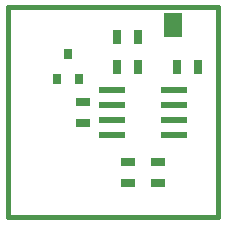
<source format=gtp>
G75*
%MOIN*%
%OFA0B0*%
%FSLAX25Y25*%
%IPPOS*%
%LPD*%
%AMOC8*
5,1,8,0,0,1.08239X$1,22.5*
%
%ADD10C,0.01600*%
%ADD11R,0.04724X0.03150*%
%ADD12R,0.03150X0.04724*%
%ADD13R,0.03150X0.03543*%
%ADD14R,0.08700X0.02400*%
%ADD15R,0.05906X0.07874*%
D10*
X0002000Y0001800D02*
X0072000Y0001800D01*
X0072000Y0071800D01*
X0002000Y0071800D01*
X0002000Y0001800D01*
D11*
X0027000Y0033257D03*
X0027000Y0040343D03*
X0042000Y0020343D03*
X0042000Y0013257D03*
X0052000Y0013257D03*
X0052000Y0020343D03*
D12*
X0045543Y0051800D03*
X0038457Y0051800D03*
X0038457Y0061800D03*
X0045543Y0061800D03*
X0058457Y0051800D03*
X0065543Y0051800D03*
D13*
X0025740Y0047863D03*
X0018260Y0047863D03*
X0022000Y0056131D03*
D14*
X0036700Y0044300D03*
X0036700Y0039300D03*
X0036700Y0034300D03*
X0036700Y0029300D03*
X0057300Y0029300D03*
X0057300Y0034300D03*
X0057300Y0039300D03*
X0057300Y0044300D03*
D15*
X0057000Y0065800D03*
M02*

</source>
